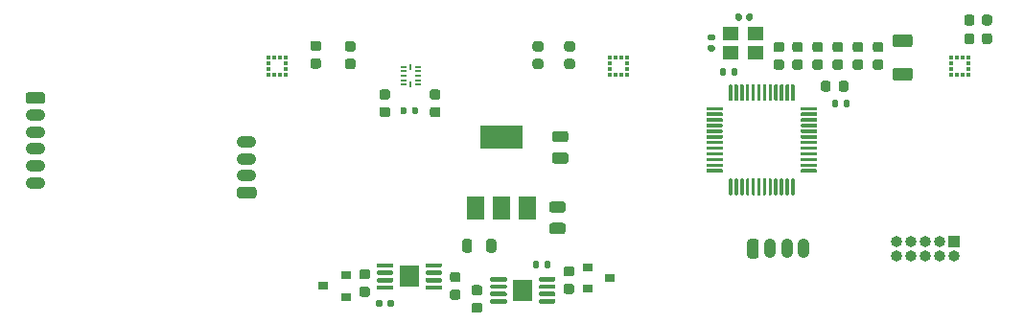
<source format=gbr>
%TF.GenerationSoftware,KiCad,Pcbnew,(5.1.9)-1*%
%TF.CreationDate,2021-09-30T20:50:23+03:00*%
%TF.ProjectId,jantteri-hit-detector,6a616e74-7465-4726-992d-6869742d6465,rev?*%
%TF.SameCoordinates,Original*%
%TF.FileFunction,Soldermask,Top*%
%TF.FilePolarity,Negative*%
%FSLAX46Y46*%
G04 Gerber Fmt 4.6, Leading zero omitted, Abs format (unit mm)*
G04 Created by KiCad (PCBNEW (5.1.9)-1) date 2021-09-30 20:50:23*
%MOMM*%
%LPD*%
G01*
G04 APERTURE LIST*
%ADD10R,0.600000X0.200000*%
%ADD11R,0.200000X0.600000*%
%ADD12O,1.730000X1.030000*%
%ADD13R,1.000000X1.000000*%
%ADD14O,1.000000X1.000000*%
%ADD15O,1.030000X1.730000*%
%ADD16R,0.900000X0.800000*%
%ADD17R,1.680000X1.880000*%
%ADD18R,3.800000X2.000000*%
%ADD19R,1.500000X2.000000*%
%ADD20R,1.400000X1.200000*%
%ADD21R,0.350000X0.375000*%
%ADD22R,0.375000X0.350000*%
G04 APERTURE END LIST*
D10*
%TO.C,U8*%
X96281000Y-32766000D03*
X96281000Y-32366000D03*
X96281000Y-31966000D03*
X96281000Y-31566000D03*
X96281000Y-31166000D03*
D11*
X95631000Y-31166000D03*
D10*
X94981000Y-31166000D03*
X94981000Y-31566000D03*
X94981000Y-31966000D03*
X94981000Y-32366000D03*
X94981000Y-32766000D03*
D11*
X95631000Y-32766000D03*
%TD*%
%TO.C,C1*%
G36*
G01*
X139715001Y-32403000D02*
X138414999Y-32403000D01*
G75*
G02*
X138165000Y-32153001I0J249999D01*
G01*
X138165000Y-31502999D01*
G75*
G02*
X138414999Y-31253000I249999J0D01*
G01*
X139715001Y-31253000D01*
G75*
G02*
X139965000Y-31502999I0J-249999D01*
G01*
X139965000Y-32153001D01*
G75*
G02*
X139715001Y-32403000I-249999J0D01*
G01*
G37*
G36*
G01*
X139715001Y-29453000D02*
X138414999Y-29453000D01*
G75*
G02*
X138165000Y-29203001I0J249999D01*
G01*
X138165000Y-28552999D01*
G75*
G02*
X138414999Y-28303000I249999J0D01*
G01*
X139715001Y-28303000D01*
G75*
G02*
X139965000Y-28552999I0J-249999D01*
G01*
X139965000Y-29203001D01*
G75*
G02*
X139715001Y-29453000I-249999J0D01*
G01*
G37*
%TD*%
%TO.C,C2*%
G36*
G01*
X128393000Y-29888000D02*
X127893000Y-29888000D01*
G75*
G02*
X127668000Y-29663000I0J225000D01*
G01*
X127668000Y-29213000D01*
G75*
G02*
X127893000Y-28988000I225000J0D01*
G01*
X128393000Y-28988000D01*
G75*
G02*
X128618000Y-29213000I0J-225000D01*
G01*
X128618000Y-29663000D01*
G75*
G02*
X128393000Y-29888000I-225000J0D01*
G01*
G37*
G36*
G01*
X128393000Y-31438000D02*
X127893000Y-31438000D01*
G75*
G02*
X127668000Y-31213000I0J225000D01*
G01*
X127668000Y-30763000D01*
G75*
G02*
X127893000Y-30538000I225000J0D01*
G01*
X128393000Y-30538000D01*
G75*
G02*
X128618000Y-30763000I0J-225000D01*
G01*
X128618000Y-31213000D01*
G75*
G02*
X128393000Y-31438000I-225000J0D01*
G01*
G37*
%TD*%
%TO.C,C3*%
G36*
G01*
X130044000Y-29888000D02*
X129544000Y-29888000D01*
G75*
G02*
X129319000Y-29663000I0J225000D01*
G01*
X129319000Y-29213000D01*
G75*
G02*
X129544000Y-28988000I225000J0D01*
G01*
X130044000Y-28988000D01*
G75*
G02*
X130269000Y-29213000I0J-225000D01*
G01*
X130269000Y-29663000D01*
G75*
G02*
X130044000Y-29888000I-225000J0D01*
G01*
G37*
G36*
G01*
X130044000Y-31438000D02*
X129544000Y-31438000D01*
G75*
G02*
X129319000Y-31213000I0J225000D01*
G01*
X129319000Y-30763000D01*
G75*
G02*
X129544000Y-30538000I225000J0D01*
G01*
X130044000Y-30538000D01*
G75*
G02*
X130269000Y-30763000I0J-225000D01*
G01*
X130269000Y-31213000D01*
G75*
G02*
X130044000Y-31438000I-225000J0D01*
G01*
G37*
%TD*%
%TO.C,C4*%
G36*
G01*
X131822000Y-31438000D02*
X131322000Y-31438000D01*
G75*
G02*
X131097000Y-31213000I0J225000D01*
G01*
X131097000Y-30763000D01*
G75*
G02*
X131322000Y-30538000I225000J0D01*
G01*
X131822000Y-30538000D01*
G75*
G02*
X132047000Y-30763000I0J-225000D01*
G01*
X132047000Y-31213000D01*
G75*
G02*
X131822000Y-31438000I-225000J0D01*
G01*
G37*
G36*
G01*
X131822000Y-29888000D02*
X131322000Y-29888000D01*
G75*
G02*
X131097000Y-29663000I0J225000D01*
G01*
X131097000Y-29213000D01*
G75*
G02*
X131322000Y-28988000I225000J0D01*
G01*
X131822000Y-28988000D01*
G75*
G02*
X132047000Y-29213000I0J-225000D01*
G01*
X132047000Y-29663000D01*
G75*
G02*
X131822000Y-29888000I-225000J0D01*
G01*
G37*
%TD*%
%TO.C,C5*%
G36*
G01*
X133600000Y-31438000D02*
X133100000Y-31438000D01*
G75*
G02*
X132875000Y-31213000I0J225000D01*
G01*
X132875000Y-30763000D01*
G75*
G02*
X133100000Y-30538000I225000J0D01*
G01*
X133600000Y-30538000D01*
G75*
G02*
X133825000Y-30763000I0J-225000D01*
G01*
X133825000Y-31213000D01*
G75*
G02*
X133600000Y-31438000I-225000J0D01*
G01*
G37*
G36*
G01*
X133600000Y-29888000D02*
X133100000Y-29888000D01*
G75*
G02*
X132875000Y-29663000I0J225000D01*
G01*
X132875000Y-29213000D01*
G75*
G02*
X133100000Y-28988000I225000J0D01*
G01*
X133600000Y-28988000D01*
G75*
G02*
X133825000Y-29213000I0J-225000D01*
G01*
X133825000Y-29663000D01*
G75*
G02*
X133600000Y-29888000I-225000J0D01*
G01*
G37*
%TD*%
%TO.C,C6*%
G36*
G01*
X135378000Y-29888000D02*
X134878000Y-29888000D01*
G75*
G02*
X134653000Y-29663000I0J225000D01*
G01*
X134653000Y-29213000D01*
G75*
G02*
X134878000Y-28988000I225000J0D01*
G01*
X135378000Y-28988000D01*
G75*
G02*
X135603000Y-29213000I0J-225000D01*
G01*
X135603000Y-29663000D01*
G75*
G02*
X135378000Y-29888000I-225000J0D01*
G01*
G37*
G36*
G01*
X135378000Y-31438000D02*
X134878000Y-31438000D01*
G75*
G02*
X134653000Y-31213000I0J225000D01*
G01*
X134653000Y-30763000D01*
G75*
G02*
X134878000Y-30538000I225000J0D01*
G01*
X135378000Y-30538000D01*
G75*
G02*
X135603000Y-30763000I0J-225000D01*
G01*
X135603000Y-31213000D01*
G75*
G02*
X135378000Y-31438000I-225000J0D01*
G01*
G37*
%TD*%
%TO.C,C7*%
G36*
G01*
X137156000Y-31438000D02*
X136656000Y-31438000D01*
G75*
G02*
X136431000Y-31213000I0J225000D01*
G01*
X136431000Y-30763000D01*
G75*
G02*
X136656000Y-30538000I225000J0D01*
G01*
X137156000Y-30538000D01*
G75*
G02*
X137381000Y-30763000I0J-225000D01*
G01*
X137381000Y-31213000D01*
G75*
G02*
X137156000Y-31438000I-225000J0D01*
G01*
G37*
G36*
G01*
X137156000Y-29888000D02*
X136656000Y-29888000D01*
G75*
G02*
X136431000Y-29663000I0J225000D01*
G01*
X136431000Y-29213000D01*
G75*
G02*
X136656000Y-28988000I225000J0D01*
G01*
X137156000Y-28988000D01*
G75*
G02*
X137381000Y-29213000I0J-225000D01*
G01*
X137381000Y-29663000D01*
G75*
G02*
X137156000Y-29888000I-225000J0D01*
G01*
G37*
%TD*%
%TO.C,C8*%
G36*
G01*
X125827000Y-26627000D02*
X125827000Y-26967000D01*
G75*
G02*
X125687000Y-27107000I-140000J0D01*
G01*
X125407000Y-27107000D01*
G75*
G02*
X125267000Y-26967000I0J140000D01*
G01*
X125267000Y-26627000D01*
G75*
G02*
X125407000Y-26487000I140000J0D01*
G01*
X125687000Y-26487000D01*
G75*
G02*
X125827000Y-26627000I0J-140000D01*
G01*
G37*
G36*
G01*
X124867000Y-26627000D02*
X124867000Y-26967000D01*
G75*
G02*
X124727000Y-27107000I-140000J0D01*
G01*
X124447000Y-27107000D01*
G75*
G02*
X124307000Y-26967000I0J140000D01*
G01*
X124307000Y-26627000D01*
G75*
G02*
X124447000Y-26487000I140000J0D01*
G01*
X124727000Y-26487000D01*
G75*
G02*
X124867000Y-26627000I0J-140000D01*
G01*
G37*
%TD*%
%TO.C,C9*%
G36*
G01*
X122344000Y-28855000D02*
X122004000Y-28855000D01*
G75*
G02*
X121864000Y-28715000I0J140000D01*
G01*
X121864000Y-28435000D01*
G75*
G02*
X122004000Y-28295000I140000J0D01*
G01*
X122344000Y-28295000D01*
G75*
G02*
X122484000Y-28435000I0J-140000D01*
G01*
X122484000Y-28715000D01*
G75*
G02*
X122344000Y-28855000I-140000J0D01*
G01*
G37*
G36*
G01*
X122344000Y-29815000D02*
X122004000Y-29815000D01*
G75*
G02*
X121864000Y-29675000I0J140000D01*
G01*
X121864000Y-29395000D01*
G75*
G02*
X122004000Y-29255000I140000J0D01*
G01*
X122344000Y-29255000D01*
G75*
G02*
X122484000Y-29395000I0J-140000D01*
G01*
X122484000Y-29675000D01*
G75*
G02*
X122344000Y-29815000I-140000J0D01*
G01*
G37*
%TD*%
%TO.C,C10*%
G36*
G01*
X91317000Y-50604000D02*
X91817000Y-50604000D01*
G75*
G02*
X92042000Y-50829000I0J-225000D01*
G01*
X92042000Y-51279000D01*
G75*
G02*
X91817000Y-51504000I-225000J0D01*
G01*
X91317000Y-51504000D01*
G75*
G02*
X91092000Y-51279000I0J225000D01*
G01*
X91092000Y-50829000D01*
G75*
G02*
X91317000Y-50604000I225000J0D01*
G01*
G37*
G36*
G01*
X91317000Y-49054000D02*
X91817000Y-49054000D01*
G75*
G02*
X92042000Y-49279000I0J-225000D01*
G01*
X92042000Y-49729000D01*
G75*
G02*
X91817000Y-49954000I-225000J0D01*
G01*
X91317000Y-49954000D01*
G75*
G02*
X91092000Y-49729000I0J225000D01*
G01*
X91092000Y-49279000D01*
G75*
G02*
X91317000Y-49054000I225000J0D01*
G01*
G37*
%TD*%
%TO.C,C11*%
G36*
G01*
X99318000Y-49308000D02*
X99818000Y-49308000D01*
G75*
G02*
X100043000Y-49533000I0J-225000D01*
G01*
X100043000Y-49983000D01*
G75*
G02*
X99818000Y-50208000I-225000J0D01*
G01*
X99318000Y-50208000D01*
G75*
G02*
X99093000Y-49983000I0J225000D01*
G01*
X99093000Y-49533000D01*
G75*
G02*
X99318000Y-49308000I225000J0D01*
G01*
G37*
G36*
G01*
X99318000Y-50858000D02*
X99818000Y-50858000D01*
G75*
G02*
X100043000Y-51083000I0J-225000D01*
G01*
X100043000Y-51533000D01*
G75*
G02*
X99818000Y-51758000I-225000J0D01*
G01*
X99318000Y-51758000D01*
G75*
G02*
X99093000Y-51533000I0J225000D01*
G01*
X99093000Y-51083000D01*
G75*
G02*
X99318000Y-50858000I225000J0D01*
G01*
G37*
%TD*%
%TO.C,C18*%
G36*
G01*
X108110000Y-44961000D02*
X109060000Y-44961000D01*
G75*
G02*
X109310000Y-45211000I0J-250000D01*
G01*
X109310000Y-45711000D01*
G75*
G02*
X109060000Y-45961000I-250000J0D01*
G01*
X108110000Y-45961000D01*
G75*
G02*
X107860000Y-45711000I0J250000D01*
G01*
X107860000Y-45211000D01*
G75*
G02*
X108110000Y-44961000I250000J0D01*
G01*
G37*
G36*
G01*
X108110000Y-43061000D02*
X109060000Y-43061000D01*
G75*
G02*
X109310000Y-43311000I0J-250000D01*
G01*
X109310000Y-43811000D01*
G75*
G02*
X109060000Y-44061000I-250000J0D01*
G01*
X108110000Y-44061000D01*
G75*
G02*
X107860000Y-43811000I0J250000D01*
G01*
X107860000Y-43311000D01*
G75*
G02*
X108110000Y-43061000I250000J0D01*
G01*
G37*
%TD*%
%TO.C,C19*%
G36*
G01*
X108364000Y-36838000D02*
X109314000Y-36838000D01*
G75*
G02*
X109564000Y-37088000I0J-250000D01*
G01*
X109564000Y-37588000D01*
G75*
G02*
X109314000Y-37838000I-250000J0D01*
G01*
X108364000Y-37838000D01*
G75*
G02*
X108114000Y-37588000I0J250000D01*
G01*
X108114000Y-37088000D01*
G75*
G02*
X108364000Y-36838000I250000J0D01*
G01*
G37*
G36*
G01*
X108364000Y-38738000D02*
X109314000Y-38738000D01*
G75*
G02*
X109564000Y-38988000I0J-250000D01*
G01*
X109564000Y-39488000D01*
G75*
G02*
X109314000Y-39738000I-250000J0D01*
G01*
X108364000Y-39738000D01*
G75*
G02*
X108114000Y-39488000I0J250000D01*
G01*
X108114000Y-38988000D01*
G75*
G02*
X108364000Y-38738000I250000J0D01*
G01*
G37*
%TD*%
%TO.C,C20*%
G36*
G01*
X109851000Y-51250000D02*
X109351000Y-51250000D01*
G75*
G02*
X109126000Y-51025000I0J225000D01*
G01*
X109126000Y-50575000D01*
G75*
G02*
X109351000Y-50350000I225000J0D01*
G01*
X109851000Y-50350000D01*
G75*
G02*
X110076000Y-50575000I0J-225000D01*
G01*
X110076000Y-51025000D01*
G75*
G02*
X109851000Y-51250000I-225000J0D01*
G01*
G37*
G36*
G01*
X109851000Y-49700000D02*
X109351000Y-49700000D01*
G75*
G02*
X109126000Y-49475000I0J225000D01*
G01*
X109126000Y-49025000D01*
G75*
G02*
X109351000Y-48800000I225000J0D01*
G01*
X109851000Y-48800000D01*
G75*
G02*
X110076000Y-49025000I0J-225000D01*
G01*
X110076000Y-49475000D01*
G75*
G02*
X109851000Y-49700000I-225000J0D01*
G01*
G37*
%TD*%
%TO.C,C21*%
G36*
G01*
X101223000Y-52014000D02*
X101723000Y-52014000D01*
G75*
G02*
X101948000Y-52239000I0J-225000D01*
G01*
X101948000Y-52689000D01*
G75*
G02*
X101723000Y-52914000I-225000J0D01*
G01*
X101223000Y-52914000D01*
G75*
G02*
X100998000Y-52689000I0J225000D01*
G01*
X100998000Y-52239000D01*
G75*
G02*
X101223000Y-52014000I225000J0D01*
G01*
G37*
G36*
G01*
X101223000Y-50464000D02*
X101723000Y-50464000D01*
G75*
G02*
X101948000Y-50689000I0J-225000D01*
G01*
X101948000Y-51139000D01*
G75*
G02*
X101723000Y-51364000I-225000J0D01*
G01*
X101223000Y-51364000D01*
G75*
G02*
X100998000Y-51139000I0J225000D01*
G01*
X100998000Y-50689000D01*
G75*
G02*
X101223000Y-50464000I225000J0D01*
G01*
G37*
%TD*%
%TO.C,C22*%
G36*
G01*
X97540000Y-33179000D02*
X98040000Y-33179000D01*
G75*
G02*
X98265000Y-33404000I0J-225000D01*
G01*
X98265000Y-33854000D01*
G75*
G02*
X98040000Y-34079000I-225000J0D01*
G01*
X97540000Y-34079000D01*
G75*
G02*
X97315000Y-33854000I0J225000D01*
G01*
X97315000Y-33404000D01*
G75*
G02*
X97540000Y-33179000I225000J0D01*
G01*
G37*
G36*
G01*
X97540000Y-34729000D02*
X98040000Y-34729000D01*
G75*
G02*
X98265000Y-34954000I0J-225000D01*
G01*
X98265000Y-35404000D01*
G75*
G02*
X98040000Y-35629000I-225000J0D01*
G01*
X97540000Y-35629000D01*
G75*
G02*
X97315000Y-35404000I0J225000D01*
G01*
X97315000Y-34954000D01*
G75*
G02*
X97540000Y-34729000I225000J0D01*
G01*
G37*
%TD*%
%TO.C,C23*%
G36*
G01*
X93095000Y-34729000D02*
X93595000Y-34729000D01*
G75*
G02*
X93820000Y-34954000I0J-225000D01*
G01*
X93820000Y-35404000D01*
G75*
G02*
X93595000Y-35629000I-225000J0D01*
G01*
X93095000Y-35629000D01*
G75*
G02*
X92870000Y-35404000I0J225000D01*
G01*
X92870000Y-34954000D01*
G75*
G02*
X93095000Y-34729000I225000J0D01*
G01*
G37*
G36*
G01*
X93095000Y-33179000D02*
X93595000Y-33179000D01*
G75*
G02*
X93820000Y-33404000I0J-225000D01*
G01*
X93820000Y-33854000D01*
G75*
G02*
X93595000Y-34079000I-225000J0D01*
G01*
X93095000Y-34079000D01*
G75*
G02*
X92870000Y-33854000I0J225000D01*
G01*
X92870000Y-33404000D01*
G75*
G02*
X93095000Y-33179000I225000J0D01*
G01*
G37*
%TD*%
%TO.C,D1*%
G36*
G01*
X134295500Y-32636750D02*
X134295500Y-33149250D01*
G75*
G02*
X134076750Y-33368000I-218750J0D01*
G01*
X133639250Y-33368000D01*
G75*
G02*
X133420500Y-33149250I0J218750D01*
G01*
X133420500Y-32636750D01*
G75*
G02*
X133639250Y-32418000I218750J0D01*
G01*
X134076750Y-32418000D01*
G75*
G02*
X134295500Y-32636750I0J-218750D01*
G01*
G37*
G36*
G01*
X132720500Y-32636750D02*
X132720500Y-33149250D01*
G75*
G02*
X132501750Y-33368000I-218750J0D01*
G01*
X132064250Y-33368000D01*
G75*
G02*
X131845500Y-33149250I0J218750D01*
G01*
X131845500Y-32636750D01*
G75*
G02*
X132064250Y-32418000I218750J0D01*
G01*
X132501750Y-32418000D01*
G75*
G02*
X132720500Y-32636750I0J-218750D01*
G01*
G37*
%TD*%
%TO.C,FB1*%
G36*
G01*
X103180500Y-46608750D02*
X103180500Y-47371250D01*
G75*
G02*
X102961750Y-47590000I-218750J0D01*
G01*
X102524250Y-47590000D01*
G75*
G02*
X102305500Y-47371250I0J218750D01*
G01*
X102305500Y-46608750D01*
G75*
G02*
X102524250Y-46390000I218750J0D01*
G01*
X102961750Y-46390000D01*
G75*
G02*
X103180500Y-46608750I0J-218750D01*
G01*
G37*
G36*
G01*
X101055500Y-46608750D02*
X101055500Y-47371250D01*
G75*
G02*
X100836750Y-47590000I-218750J0D01*
G01*
X100399250Y-47590000D01*
G75*
G02*
X100180500Y-47371250I0J218750D01*
G01*
X100180500Y-46608750D01*
G75*
G02*
X100399250Y-46390000I218750J0D01*
G01*
X100836750Y-46390000D01*
G75*
G02*
X101055500Y-46608750I0J-218750D01*
G01*
G37*
%TD*%
%TO.C,J1*%
G36*
G01*
X61868999Y-33418000D02*
X63099001Y-33418000D01*
G75*
G02*
X63349000Y-33667999I0J-249999D01*
G01*
X63349000Y-34198001D01*
G75*
G02*
X63099001Y-34448000I-249999J0D01*
G01*
X61868999Y-34448000D01*
G75*
G02*
X61619000Y-34198001I0J249999D01*
G01*
X61619000Y-33667999D01*
G75*
G02*
X61868999Y-33418000I249999J0D01*
G01*
G37*
D12*
X62484000Y-35433000D03*
X62484000Y-36933000D03*
X62484000Y-38433000D03*
X62484000Y-39933000D03*
X62484000Y-41433000D03*
%TD*%
D13*
%TO.C,J2*%
X143637000Y-46609000D03*
D14*
X143637000Y-47879000D03*
X142367000Y-46609000D03*
X142367000Y-47879000D03*
X141097000Y-46609000D03*
X141097000Y-47879000D03*
X139827000Y-46609000D03*
X139827000Y-47879000D03*
X138557000Y-46609000D03*
X138557000Y-47879000D03*
%TD*%
%TO.C,J3*%
G36*
G01*
X125342000Y-47859001D02*
X125342000Y-46628999D01*
G75*
G02*
X125591999Y-46379000I249999J0D01*
G01*
X126122001Y-46379000D01*
G75*
G02*
X126372000Y-46628999I0J-249999D01*
G01*
X126372000Y-47859001D01*
G75*
G02*
X126122001Y-48109000I-249999J0D01*
G01*
X125591999Y-48109000D01*
G75*
G02*
X125342000Y-47859001I0J249999D01*
G01*
G37*
D15*
X127357000Y-47244000D03*
X128857000Y-47244000D03*
X130357000Y-47244000D03*
%TD*%
D12*
%TO.C,J4*%
X81153000Y-37791000D03*
X81153000Y-39291000D03*
X81153000Y-40791000D03*
G36*
G01*
X81768001Y-42806000D02*
X80537999Y-42806000D01*
G75*
G02*
X80288000Y-42556001I0J249999D01*
G01*
X80288000Y-42025999D01*
G75*
G02*
X80537999Y-41776000I249999J0D01*
G01*
X81768001Y-41776000D01*
G75*
G02*
X82018000Y-42025999I0J-249999D01*
G01*
X82018000Y-42556001D01*
G75*
G02*
X81768001Y-42806000I-249999J0D01*
G01*
G37*
%TD*%
D16*
%TO.C,Q1*%
X89900000Y-51496000D03*
X89900000Y-49596000D03*
X87900000Y-50546000D03*
%TD*%
%TO.C,Q2*%
X113252000Y-49850000D03*
X111252000Y-50800000D03*
X111252000Y-48900000D03*
%TD*%
%TO.C,R1*%
G36*
G01*
X123456000Y-31438000D02*
X123456000Y-31808000D01*
G75*
G02*
X123321000Y-31943000I-135000J0D01*
G01*
X123051000Y-31943000D01*
G75*
G02*
X122916000Y-31808000I0J135000D01*
G01*
X122916000Y-31438000D01*
G75*
G02*
X123051000Y-31303000I135000J0D01*
G01*
X123321000Y-31303000D01*
G75*
G02*
X123456000Y-31438000I0J-135000D01*
G01*
G37*
G36*
G01*
X124476000Y-31438000D02*
X124476000Y-31808000D01*
G75*
G02*
X124341000Y-31943000I-135000J0D01*
G01*
X124071000Y-31943000D01*
G75*
G02*
X123936000Y-31808000I0J135000D01*
G01*
X123936000Y-31438000D01*
G75*
G02*
X124071000Y-31303000I135000J0D01*
G01*
X124341000Y-31303000D01*
G75*
G02*
X124476000Y-31438000I0J-135000D01*
G01*
G37*
%TD*%
%TO.C,R2*%
G36*
G01*
X133842000Y-34602000D02*
X133842000Y-34232000D01*
G75*
G02*
X133977000Y-34097000I135000J0D01*
G01*
X134247000Y-34097000D01*
G75*
G02*
X134382000Y-34232000I0J-135000D01*
G01*
X134382000Y-34602000D01*
G75*
G02*
X134247000Y-34737000I-135000J0D01*
G01*
X133977000Y-34737000D01*
G75*
G02*
X133842000Y-34602000I0J135000D01*
G01*
G37*
G36*
G01*
X132822000Y-34602000D02*
X132822000Y-34232000D01*
G75*
G02*
X132957000Y-34097000I135000J0D01*
G01*
X133227000Y-34097000D01*
G75*
G02*
X133362000Y-34232000I0J-135000D01*
G01*
X133362000Y-34602000D01*
G75*
G02*
X133227000Y-34737000I-135000J0D01*
G01*
X132957000Y-34737000D01*
G75*
G02*
X132822000Y-34602000I0J135000D01*
G01*
G37*
%TD*%
%TO.C,R3*%
G36*
G01*
X92567000Y-52255000D02*
X92567000Y-51885000D01*
G75*
G02*
X92702000Y-51750000I135000J0D01*
G01*
X92972000Y-51750000D01*
G75*
G02*
X93107000Y-51885000I0J-135000D01*
G01*
X93107000Y-52255000D01*
G75*
G02*
X92972000Y-52390000I-135000J0D01*
G01*
X92702000Y-52390000D01*
G75*
G02*
X92567000Y-52255000I0J135000D01*
G01*
G37*
G36*
G01*
X93587000Y-52255000D02*
X93587000Y-51885000D01*
G75*
G02*
X93722000Y-51750000I135000J0D01*
G01*
X93992000Y-51750000D01*
G75*
G02*
X94127000Y-51885000I0J-135000D01*
G01*
X94127000Y-52255000D01*
G75*
G02*
X93992000Y-52390000I-135000J0D01*
G01*
X93722000Y-52390000D01*
G75*
G02*
X93587000Y-52255000I0J135000D01*
G01*
G37*
%TD*%
%TO.C,R4*%
G36*
G01*
X107966000Y-48456000D02*
X107966000Y-48826000D01*
G75*
G02*
X107831000Y-48961000I-135000J0D01*
G01*
X107561000Y-48961000D01*
G75*
G02*
X107426000Y-48826000I0J135000D01*
G01*
X107426000Y-48456000D01*
G75*
G02*
X107561000Y-48321000I135000J0D01*
G01*
X107831000Y-48321000D01*
G75*
G02*
X107966000Y-48456000I0J-135000D01*
G01*
G37*
G36*
G01*
X106946000Y-48456000D02*
X106946000Y-48826000D01*
G75*
G02*
X106811000Y-48961000I-135000J0D01*
G01*
X106541000Y-48961000D01*
G75*
G02*
X106406000Y-48826000I0J135000D01*
G01*
X106406000Y-48456000D01*
G75*
G02*
X106541000Y-48321000I135000J0D01*
G01*
X106811000Y-48321000D01*
G75*
G02*
X106946000Y-48456000I0J-135000D01*
G01*
G37*
%TD*%
%TO.C,R5*%
G36*
G01*
X94722000Y-35237000D02*
X94722000Y-34867000D01*
G75*
G02*
X94857000Y-34732000I135000J0D01*
G01*
X95127000Y-34732000D01*
G75*
G02*
X95262000Y-34867000I0J-135000D01*
G01*
X95262000Y-35237000D01*
G75*
G02*
X95127000Y-35372000I-135000J0D01*
G01*
X94857000Y-35372000D01*
G75*
G02*
X94722000Y-35237000I0J135000D01*
G01*
G37*
G36*
G01*
X95742000Y-35237000D02*
X95742000Y-34867000D01*
G75*
G02*
X95877000Y-34732000I135000J0D01*
G01*
X96147000Y-34732000D01*
G75*
G02*
X96282000Y-34867000I0J-135000D01*
G01*
X96282000Y-35237000D01*
G75*
G02*
X96147000Y-35372000I-135000J0D01*
G01*
X95877000Y-35372000D01*
G75*
G02*
X95742000Y-35237000I0J135000D01*
G01*
G37*
%TD*%
%TO.C,U1*%
G36*
G01*
X129306000Y-32720500D02*
X129456000Y-32720500D01*
G75*
G02*
X129531000Y-32795500I0J-75000D01*
G01*
X129531000Y-34120500D01*
G75*
G02*
X129456000Y-34195500I-75000J0D01*
G01*
X129306000Y-34195500D01*
G75*
G02*
X129231000Y-34120500I0J75000D01*
G01*
X129231000Y-32795500D01*
G75*
G02*
X129306000Y-32720500I75000J0D01*
G01*
G37*
G36*
G01*
X128806000Y-32720500D02*
X128956000Y-32720500D01*
G75*
G02*
X129031000Y-32795500I0J-75000D01*
G01*
X129031000Y-34120500D01*
G75*
G02*
X128956000Y-34195500I-75000J0D01*
G01*
X128806000Y-34195500D01*
G75*
G02*
X128731000Y-34120500I0J75000D01*
G01*
X128731000Y-32795500D01*
G75*
G02*
X128806000Y-32720500I75000J0D01*
G01*
G37*
G36*
G01*
X128306000Y-32720500D02*
X128456000Y-32720500D01*
G75*
G02*
X128531000Y-32795500I0J-75000D01*
G01*
X128531000Y-34120500D01*
G75*
G02*
X128456000Y-34195500I-75000J0D01*
G01*
X128306000Y-34195500D01*
G75*
G02*
X128231000Y-34120500I0J75000D01*
G01*
X128231000Y-32795500D01*
G75*
G02*
X128306000Y-32720500I75000J0D01*
G01*
G37*
G36*
G01*
X127806000Y-32720500D02*
X127956000Y-32720500D01*
G75*
G02*
X128031000Y-32795500I0J-75000D01*
G01*
X128031000Y-34120500D01*
G75*
G02*
X127956000Y-34195500I-75000J0D01*
G01*
X127806000Y-34195500D01*
G75*
G02*
X127731000Y-34120500I0J75000D01*
G01*
X127731000Y-32795500D01*
G75*
G02*
X127806000Y-32720500I75000J0D01*
G01*
G37*
G36*
G01*
X127306000Y-32720500D02*
X127456000Y-32720500D01*
G75*
G02*
X127531000Y-32795500I0J-75000D01*
G01*
X127531000Y-34120500D01*
G75*
G02*
X127456000Y-34195500I-75000J0D01*
G01*
X127306000Y-34195500D01*
G75*
G02*
X127231000Y-34120500I0J75000D01*
G01*
X127231000Y-32795500D01*
G75*
G02*
X127306000Y-32720500I75000J0D01*
G01*
G37*
G36*
G01*
X126806000Y-32720500D02*
X126956000Y-32720500D01*
G75*
G02*
X127031000Y-32795500I0J-75000D01*
G01*
X127031000Y-34120500D01*
G75*
G02*
X126956000Y-34195500I-75000J0D01*
G01*
X126806000Y-34195500D01*
G75*
G02*
X126731000Y-34120500I0J75000D01*
G01*
X126731000Y-32795500D01*
G75*
G02*
X126806000Y-32720500I75000J0D01*
G01*
G37*
G36*
G01*
X126306000Y-32720500D02*
X126456000Y-32720500D01*
G75*
G02*
X126531000Y-32795500I0J-75000D01*
G01*
X126531000Y-34120500D01*
G75*
G02*
X126456000Y-34195500I-75000J0D01*
G01*
X126306000Y-34195500D01*
G75*
G02*
X126231000Y-34120500I0J75000D01*
G01*
X126231000Y-32795500D01*
G75*
G02*
X126306000Y-32720500I75000J0D01*
G01*
G37*
G36*
G01*
X125806000Y-32720500D02*
X125956000Y-32720500D01*
G75*
G02*
X126031000Y-32795500I0J-75000D01*
G01*
X126031000Y-34120500D01*
G75*
G02*
X125956000Y-34195500I-75000J0D01*
G01*
X125806000Y-34195500D01*
G75*
G02*
X125731000Y-34120500I0J75000D01*
G01*
X125731000Y-32795500D01*
G75*
G02*
X125806000Y-32720500I75000J0D01*
G01*
G37*
G36*
G01*
X125306000Y-32720500D02*
X125456000Y-32720500D01*
G75*
G02*
X125531000Y-32795500I0J-75000D01*
G01*
X125531000Y-34120500D01*
G75*
G02*
X125456000Y-34195500I-75000J0D01*
G01*
X125306000Y-34195500D01*
G75*
G02*
X125231000Y-34120500I0J75000D01*
G01*
X125231000Y-32795500D01*
G75*
G02*
X125306000Y-32720500I75000J0D01*
G01*
G37*
G36*
G01*
X124806000Y-32720500D02*
X124956000Y-32720500D01*
G75*
G02*
X125031000Y-32795500I0J-75000D01*
G01*
X125031000Y-34120500D01*
G75*
G02*
X124956000Y-34195500I-75000J0D01*
G01*
X124806000Y-34195500D01*
G75*
G02*
X124731000Y-34120500I0J75000D01*
G01*
X124731000Y-32795500D01*
G75*
G02*
X124806000Y-32720500I75000J0D01*
G01*
G37*
G36*
G01*
X124306000Y-32720500D02*
X124456000Y-32720500D01*
G75*
G02*
X124531000Y-32795500I0J-75000D01*
G01*
X124531000Y-34120500D01*
G75*
G02*
X124456000Y-34195500I-75000J0D01*
G01*
X124306000Y-34195500D01*
G75*
G02*
X124231000Y-34120500I0J75000D01*
G01*
X124231000Y-32795500D01*
G75*
G02*
X124306000Y-32720500I75000J0D01*
G01*
G37*
G36*
G01*
X123806000Y-32720500D02*
X123956000Y-32720500D01*
G75*
G02*
X124031000Y-32795500I0J-75000D01*
G01*
X124031000Y-34120500D01*
G75*
G02*
X123956000Y-34195500I-75000J0D01*
G01*
X123806000Y-34195500D01*
G75*
G02*
X123731000Y-34120500I0J75000D01*
G01*
X123731000Y-32795500D01*
G75*
G02*
X123806000Y-32720500I75000J0D01*
G01*
G37*
G36*
G01*
X121806000Y-34720500D02*
X123131000Y-34720500D01*
G75*
G02*
X123206000Y-34795500I0J-75000D01*
G01*
X123206000Y-34945500D01*
G75*
G02*
X123131000Y-35020500I-75000J0D01*
G01*
X121806000Y-35020500D01*
G75*
G02*
X121731000Y-34945500I0J75000D01*
G01*
X121731000Y-34795500D01*
G75*
G02*
X121806000Y-34720500I75000J0D01*
G01*
G37*
G36*
G01*
X121806000Y-35220500D02*
X123131000Y-35220500D01*
G75*
G02*
X123206000Y-35295500I0J-75000D01*
G01*
X123206000Y-35445500D01*
G75*
G02*
X123131000Y-35520500I-75000J0D01*
G01*
X121806000Y-35520500D01*
G75*
G02*
X121731000Y-35445500I0J75000D01*
G01*
X121731000Y-35295500D01*
G75*
G02*
X121806000Y-35220500I75000J0D01*
G01*
G37*
G36*
G01*
X121806000Y-35720500D02*
X123131000Y-35720500D01*
G75*
G02*
X123206000Y-35795500I0J-75000D01*
G01*
X123206000Y-35945500D01*
G75*
G02*
X123131000Y-36020500I-75000J0D01*
G01*
X121806000Y-36020500D01*
G75*
G02*
X121731000Y-35945500I0J75000D01*
G01*
X121731000Y-35795500D01*
G75*
G02*
X121806000Y-35720500I75000J0D01*
G01*
G37*
G36*
G01*
X121806000Y-36220500D02*
X123131000Y-36220500D01*
G75*
G02*
X123206000Y-36295500I0J-75000D01*
G01*
X123206000Y-36445500D01*
G75*
G02*
X123131000Y-36520500I-75000J0D01*
G01*
X121806000Y-36520500D01*
G75*
G02*
X121731000Y-36445500I0J75000D01*
G01*
X121731000Y-36295500D01*
G75*
G02*
X121806000Y-36220500I75000J0D01*
G01*
G37*
G36*
G01*
X121806000Y-36720500D02*
X123131000Y-36720500D01*
G75*
G02*
X123206000Y-36795500I0J-75000D01*
G01*
X123206000Y-36945500D01*
G75*
G02*
X123131000Y-37020500I-75000J0D01*
G01*
X121806000Y-37020500D01*
G75*
G02*
X121731000Y-36945500I0J75000D01*
G01*
X121731000Y-36795500D01*
G75*
G02*
X121806000Y-36720500I75000J0D01*
G01*
G37*
G36*
G01*
X121806000Y-37220500D02*
X123131000Y-37220500D01*
G75*
G02*
X123206000Y-37295500I0J-75000D01*
G01*
X123206000Y-37445500D01*
G75*
G02*
X123131000Y-37520500I-75000J0D01*
G01*
X121806000Y-37520500D01*
G75*
G02*
X121731000Y-37445500I0J75000D01*
G01*
X121731000Y-37295500D01*
G75*
G02*
X121806000Y-37220500I75000J0D01*
G01*
G37*
G36*
G01*
X121806000Y-37720500D02*
X123131000Y-37720500D01*
G75*
G02*
X123206000Y-37795500I0J-75000D01*
G01*
X123206000Y-37945500D01*
G75*
G02*
X123131000Y-38020500I-75000J0D01*
G01*
X121806000Y-38020500D01*
G75*
G02*
X121731000Y-37945500I0J75000D01*
G01*
X121731000Y-37795500D01*
G75*
G02*
X121806000Y-37720500I75000J0D01*
G01*
G37*
G36*
G01*
X121806000Y-38220500D02*
X123131000Y-38220500D01*
G75*
G02*
X123206000Y-38295500I0J-75000D01*
G01*
X123206000Y-38445500D01*
G75*
G02*
X123131000Y-38520500I-75000J0D01*
G01*
X121806000Y-38520500D01*
G75*
G02*
X121731000Y-38445500I0J75000D01*
G01*
X121731000Y-38295500D01*
G75*
G02*
X121806000Y-38220500I75000J0D01*
G01*
G37*
G36*
G01*
X121806000Y-38720500D02*
X123131000Y-38720500D01*
G75*
G02*
X123206000Y-38795500I0J-75000D01*
G01*
X123206000Y-38945500D01*
G75*
G02*
X123131000Y-39020500I-75000J0D01*
G01*
X121806000Y-39020500D01*
G75*
G02*
X121731000Y-38945500I0J75000D01*
G01*
X121731000Y-38795500D01*
G75*
G02*
X121806000Y-38720500I75000J0D01*
G01*
G37*
G36*
G01*
X121806000Y-39220500D02*
X123131000Y-39220500D01*
G75*
G02*
X123206000Y-39295500I0J-75000D01*
G01*
X123206000Y-39445500D01*
G75*
G02*
X123131000Y-39520500I-75000J0D01*
G01*
X121806000Y-39520500D01*
G75*
G02*
X121731000Y-39445500I0J75000D01*
G01*
X121731000Y-39295500D01*
G75*
G02*
X121806000Y-39220500I75000J0D01*
G01*
G37*
G36*
G01*
X121806000Y-39720500D02*
X123131000Y-39720500D01*
G75*
G02*
X123206000Y-39795500I0J-75000D01*
G01*
X123206000Y-39945500D01*
G75*
G02*
X123131000Y-40020500I-75000J0D01*
G01*
X121806000Y-40020500D01*
G75*
G02*
X121731000Y-39945500I0J75000D01*
G01*
X121731000Y-39795500D01*
G75*
G02*
X121806000Y-39720500I75000J0D01*
G01*
G37*
G36*
G01*
X121806000Y-40220500D02*
X123131000Y-40220500D01*
G75*
G02*
X123206000Y-40295500I0J-75000D01*
G01*
X123206000Y-40445500D01*
G75*
G02*
X123131000Y-40520500I-75000J0D01*
G01*
X121806000Y-40520500D01*
G75*
G02*
X121731000Y-40445500I0J75000D01*
G01*
X121731000Y-40295500D01*
G75*
G02*
X121806000Y-40220500I75000J0D01*
G01*
G37*
G36*
G01*
X123806000Y-41045500D02*
X123956000Y-41045500D01*
G75*
G02*
X124031000Y-41120500I0J-75000D01*
G01*
X124031000Y-42445500D01*
G75*
G02*
X123956000Y-42520500I-75000J0D01*
G01*
X123806000Y-42520500D01*
G75*
G02*
X123731000Y-42445500I0J75000D01*
G01*
X123731000Y-41120500D01*
G75*
G02*
X123806000Y-41045500I75000J0D01*
G01*
G37*
G36*
G01*
X124306000Y-41045500D02*
X124456000Y-41045500D01*
G75*
G02*
X124531000Y-41120500I0J-75000D01*
G01*
X124531000Y-42445500D01*
G75*
G02*
X124456000Y-42520500I-75000J0D01*
G01*
X124306000Y-42520500D01*
G75*
G02*
X124231000Y-42445500I0J75000D01*
G01*
X124231000Y-41120500D01*
G75*
G02*
X124306000Y-41045500I75000J0D01*
G01*
G37*
G36*
G01*
X124806000Y-41045500D02*
X124956000Y-41045500D01*
G75*
G02*
X125031000Y-41120500I0J-75000D01*
G01*
X125031000Y-42445500D01*
G75*
G02*
X124956000Y-42520500I-75000J0D01*
G01*
X124806000Y-42520500D01*
G75*
G02*
X124731000Y-42445500I0J75000D01*
G01*
X124731000Y-41120500D01*
G75*
G02*
X124806000Y-41045500I75000J0D01*
G01*
G37*
G36*
G01*
X125306000Y-41045500D02*
X125456000Y-41045500D01*
G75*
G02*
X125531000Y-41120500I0J-75000D01*
G01*
X125531000Y-42445500D01*
G75*
G02*
X125456000Y-42520500I-75000J0D01*
G01*
X125306000Y-42520500D01*
G75*
G02*
X125231000Y-42445500I0J75000D01*
G01*
X125231000Y-41120500D01*
G75*
G02*
X125306000Y-41045500I75000J0D01*
G01*
G37*
G36*
G01*
X125806000Y-41045500D02*
X125956000Y-41045500D01*
G75*
G02*
X126031000Y-41120500I0J-75000D01*
G01*
X126031000Y-42445500D01*
G75*
G02*
X125956000Y-42520500I-75000J0D01*
G01*
X125806000Y-42520500D01*
G75*
G02*
X125731000Y-42445500I0J75000D01*
G01*
X125731000Y-41120500D01*
G75*
G02*
X125806000Y-41045500I75000J0D01*
G01*
G37*
G36*
G01*
X126306000Y-41045500D02*
X126456000Y-41045500D01*
G75*
G02*
X126531000Y-41120500I0J-75000D01*
G01*
X126531000Y-42445500D01*
G75*
G02*
X126456000Y-42520500I-75000J0D01*
G01*
X126306000Y-42520500D01*
G75*
G02*
X126231000Y-42445500I0J75000D01*
G01*
X126231000Y-41120500D01*
G75*
G02*
X126306000Y-41045500I75000J0D01*
G01*
G37*
G36*
G01*
X126806000Y-41045500D02*
X126956000Y-41045500D01*
G75*
G02*
X127031000Y-41120500I0J-75000D01*
G01*
X127031000Y-42445500D01*
G75*
G02*
X126956000Y-42520500I-75000J0D01*
G01*
X126806000Y-42520500D01*
G75*
G02*
X126731000Y-42445500I0J75000D01*
G01*
X126731000Y-41120500D01*
G75*
G02*
X126806000Y-41045500I75000J0D01*
G01*
G37*
G36*
G01*
X127306000Y-41045500D02*
X127456000Y-41045500D01*
G75*
G02*
X127531000Y-41120500I0J-75000D01*
G01*
X127531000Y-42445500D01*
G75*
G02*
X127456000Y-42520500I-75000J0D01*
G01*
X127306000Y-42520500D01*
G75*
G02*
X127231000Y-42445500I0J75000D01*
G01*
X127231000Y-41120500D01*
G75*
G02*
X127306000Y-41045500I75000J0D01*
G01*
G37*
G36*
G01*
X127806000Y-41045500D02*
X127956000Y-41045500D01*
G75*
G02*
X128031000Y-41120500I0J-75000D01*
G01*
X128031000Y-42445500D01*
G75*
G02*
X127956000Y-42520500I-75000J0D01*
G01*
X127806000Y-42520500D01*
G75*
G02*
X127731000Y-42445500I0J75000D01*
G01*
X127731000Y-41120500D01*
G75*
G02*
X127806000Y-41045500I75000J0D01*
G01*
G37*
G36*
G01*
X128306000Y-41045500D02*
X128456000Y-41045500D01*
G75*
G02*
X128531000Y-41120500I0J-75000D01*
G01*
X128531000Y-42445500D01*
G75*
G02*
X128456000Y-42520500I-75000J0D01*
G01*
X128306000Y-42520500D01*
G75*
G02*
X128231000Y-42445500I0J75000D01*
G01*
X128231000Y-41120500D01*
G75*
G02*
X128306000Y-41045500I75000J0D01*
G01*
G37*
G36*
G01*
X128806000Y-41045500D02*
X128956000Y-41045500D01*
G75*
G02*
X129031000Y-41120500I0J-75000D01*
G01*
X129031000Y-42445500D01*
G75*
G02*
X128956000Y-42520500I-75000J0D01*
G01*
X128806000Y-42520500D01*
G75*
G02*
X128731000Y-42445500I0J75000D01*
G01*
X128731000Y-41120500D01*
G75*
G02*
X128806000Y-41045500I75000J0D01*
G01*
G37*
G36*
G01*
X129306000Y-41045500D02*
X129456000Y-41045500D01*
G75*
G02*
X129531000Y-41120500I0J-75000D01*
G01*
X129531000Y-42445500D01*
G75*
G02*
X129456000Y-42520500I-75000J0D01*
G01*
X129306000Y-42520500D01*
G75*
G02*
X129231000Y-42445500I0J75000D01*
G01*
X129231000Y-41120500D01*
G75*
G02*
X129306000Y-41045500I75000J0D01*
G01*
G37*
G36*
G01*
X130131000Y-40220500D02*
X131456000Y-40220500D01*
G75*
G02*
X131531000Y-40295500I0J-75000D01*
G01*
X131531000Y-40445500D01*
G75*
G02*
X131456000Y-40520500I-75000J0D01*
G01*
X130131000Y-40520500D01*
G75*
G02*
X130056000Y-40445500I0J75000D01*
G01*
X130056000Y-40295500D01*
G75*
G02*
X130131000Y-40220500I75000J0D01*
G01*
G37*
G36*
G01*
X130131000Y-39720500D02*
X131456000Y-39720500D01*
G75*
G02*
X131531000Y-39795500I0J-75000D01*
G01*
X131531000Y-39945500D01*
G75*
G02*
X131456000Y-40020500I-75000J0D01*
G01*
X130131000Y-40020500D01*
G75*
G02*
X130056000Y-39945500I0J75000D01*
G01*
X130056000Y-39795500D01*
G75*
G02*
X130131000Y-39720500I75000J0D01*
G01*
G37*
G36*
G01*
X130131000Y-39220500D02*
X131456000Y-39220500D01*
G75*
G02*
X131531000Y-39295500I0J-75000D01*
G01*
X131531000Y-39445500D01*
G75*
G02*
X131456000Y-39520500I-75000J0D01*
G01*
X130131000Y-39520500D01*
G75*
G02*
X130056000Y-39445500I0J75000D01*
G01*
X130056000Y-39295500D01*
G75*
G02*
X130131000Y-39220500I75000J0D01*
G01*
G37*
G36*
G01*
X130131000Y-38720500D02*
X131456000Y-38720500D01*
G75*
G02*
X131531000Y-38795500I0J-75000D01*
G01*
X131531000Y-38945500D01*
G75*
G02*
X131456000Y-39020500I-75000J0D01*
G01*
X130131000Y-39020500D01*
G75*
G02*
X130056000Y-38945500I0J75000D01*
G01*
X130056000Y-38795500D01*
G75*
G02*
X130131000Y-38720500I75000J0D01*
G01*
G37*
G36*
G01*
X130131000Y-38220500D02*
X131456000Y-38220500D01*
G75*
G02*
X131531000Y-38295500I0J-75000D01*
G01*
X131531000Y-38445500D01*
G75*
G02*
X131456000Y-38520500I-75000J0D01*
G01*
X130131000Y-38520500D01*
G75*
G02*
X130056000Y-38445500I0J75000D01*
G01*
X130056000Y-38295500D01*
G75*
G02*
X130131000Y-38220500I75000J0D01*
G01*
G37*
G36*
G01*
X130131000Y-37720500D02*
X131456000Y-37720500D01*
G75*
G02*
X131531000Y-37795500I0J-75000D01*
G01*
X131531000Y-37945500D01*
G75*
G02*
X131456000Y-38020500I-75000J0D01*
G01*
X130131000Y-38020500D01*
G75*
G02*
X130056000Y-37945500I0J75000D01*
G01*
X130056000Y-37795500D01*
G75*
G02*
X130131000Y-37720500I75000J0D01*
G01*
G37*
G36*
G01*
X130131000Y-37220500D02*
X131456000Y-37220500D01*
G75*
G02*
X131531000Y-37295500I0J-75000D01*
G01*
X131531000Y-37445500D01*
G75*
G02*
X131456000Y-37520500I-75000J0D01*
G01*
X130131000Y-37520500D01*
G75*
G02*
X130056000Y-37445500I0J75000D01*
G01*
X130056000Y-37295500D01*
G75*
G02*
X130131000Y-37220500I75000J0D01*
G01*
G37*
G36*
G01*
X130131000Y-36720500D02*
X131456000Y-36720500D01*
G75*
G02*
X131531000Y-36795500I0J-75000D01*
G01*
X131531000Y-36945500D01*
G75*
G02*
X131456000Y-37020500I-75000J0D01*
G01*
X130131000Y-37020500D01*
G75*
G02*
X130056000Y-36945500I0J75000D01*
G01*
X130056000Y-36795500D01*
G75*
G02*
X130131000Y-36720500I75000J0D01*
G01*
G37*
G36*
G01*
X130131000Y-36220500D02*
X131456000Y-36220500D01*
G75*
G02*
X131531000Y-36295500I0J-75000D01*
G01*
X131531000Y-36445500D01*
G75*
G02*
X131456000Y-36520500I-75000J0D01*
G01*
X130131000Y-36520500D01*
G75*
G02*
X130056000Y-36445500I0J75000D01*
G01*
X130056000Y-36295500D01*
G75*
G02*
X130131000Y-36220500I75000J0D01*
G01*
G37*
G36*
G01*
X130131000Y-35720500D02*
X131456000Y-35720500D01*
G75*
G02*
X131531000Y-35795500I0J-75000D01*
G01*
X131531000Y-35945500D01*
G75*
G02*
X131456000Y-36020500I-75000J0D01*
G01*
X130131000Y-36020500D01*
G75*
G02*
X130056000Y-35945500I0J75000D01*
G01*
X130056000Y-35795500D01*
G75*
G02*
X130131000Y-35720500I75000J0D01*
G01*
G37*
G36*
G01*
X130131000Y-35220500D02*
X131456000Y-35220500D01*
G75*
G02*
X131531000Y-35295500I0J-75000D01*
G01*
X131531000Y-35445500D01*
G75*
G02*
X131456000Y-35520500I-75000J0D01*
G01*
X130131000Y-35520500D01*
G75*
G02*
X130056000Y-35445500I0J75000D01*
G01*
X130056000Y-35295500D01*
G75*
G02*
X130131000Y-35220500I75000J0D01*
G01*
G37*
G36*
G01*
X130131000Y-34720500D02*
X131456000Y-34720500D01*
G75*
G02*
X131531000Y-34795500I0J-75000D01*
G01*
X131531000Y-34945500D01*
G75*
G02*
X131456000Y-35020500I-75000J0D01*
G01*
X130131000Y-35020500D01*
G75*
G02*
X130056000Y-34945500I0J75000D01*
G01*
X130056000Y-34795500D01*
G75*
G02*
X130131000Y-34720500I75000J0D01*
G01*
G37*
%TD*%
%TO.C,U2*%
G36*
G01*
X92638000Y-48823000D02*
X92638000Y-48623000D01*
G75*
G02*
X92738000Y-48523000I100000J0D01*
G01*
X93988000Y-48523000D01*
G75*
G02*
X94088000Y-48623000I0J-100000D01*
G01*
X94088000Y-48823000D01*
G75*
G02*
X93988000Y-48923000I-100000J0D01*
G01*
X92738000Y-48923000D01*
G75*
G02*
X92638000Y-48823000I0J100000D01*
G01*
G37*
G36*
G01*
X92638000Y-49473000D02*
X92638000Y-49273000D01*
G75*
G02*
X92738000Y-49173000I100000J0D01*
G01*
X93988000Y-49173000D01*
G75*
G02*
X94088000Y-49273000I0J-100000D01*
G01*
X94088000Y-49473000D01*
G75*
G02*
X93988000Y-49573000I-100000J0D01*
G01*
X92738000Y-49573000D01*
G75*
G02*
X92638000Y-49473000I0J100000D01*
G01*
G37*
G36*
G01*
X92638000Y-50123000D02*
X92638000Y-49923000D01*
G75*
G02*
X92738000Y-49823000I100000J0D01*
G01*
X93988000Y-49823000D01*
G75*
G02*
X94088000Y-49923000I0J-100000D01*
G01*
X94088000Y-50123000D01*
G75*
G02*
X93988000Y-50223000I-100000J0D01*
G01*
X92738000Y-50223000D01*
G75*
G02*
X92638000Y-50123000I0J100000D01*
G01*
G37*
G36*
G01*
X92638000Y-50773000D02*
X92638000Y-50573000D01*
G75*
G02*
X92738000Y-50473000I100000J0D01*
G01*
X93988000Y-50473000D01*
G75*
G02*
X94088000Y-50573000I0J-100000D01*
G01*
X94088000Y-50773000D01*
G75*
G02*
X93988000Y-50873000I-100000J0D01*
G01*
X92738000Y-50873000D01*
G75*
G02*
X92638000Y-50773000I0J100000D01*
G01*
G37*
G36*
G01*
X96938000Y-50773000D02*
X96938000Y-50573000D01*
G75*
G02*
X97038000Y-50473000I100000J0D01*
G01*
X98288000Y-50473000D01*
G75*
G02*
X98388000Y-50573000I0J-100000D01*
G01*
X98388000Y-50773000D01*
G75*
G02*
X98288000Y-50873000I-100000J0D01*
G01*
X97038000Y-50873000D01*
G75*
G02*
X96938000Y-50773000I0J100000D01*
G01*
G37*
G36*
G01*
X96938000Y-50123000D02*
X96938000Y-49923000D01*
G75*
G02*
X97038000Y-49823000I100000J0D01*
G01*
X98288000Y-49823000D01*
G75*
G02*
X98388000Y-49923000I0J-100000D01*
G01*
X98388000Y-50123000D01*
G75*
G02*
X98288000Y-50223000I-100000J0D01*
G01*
X97038000Y-50223000D01*
G75*
G02*
X96938000Y-50123000I0J100000D01*
G01*
G37*
G36*
G01*
X96938000Y-49473000D02*
X96938000Y-49273000D01*
G75*
G02*
X97038000Y-49173000I100000J0D01*
G01*
X98288000Y-49173000D01*
G75*
G02*
X98388000Y-49273000I0J-100000D01*
G01*
X98388000Y-49473000D01*
G75*
G02*
X98288000Y-49573000I-100000J0D01*
G01*
X97038000Y-49573000D01*
G75*
G02*
X96938000Y-49473000I0J100000D01*
G01*
G37*
G36*
G01*
X96938000Y-48823000D02*
X96938000Y-48623000D01*
G75*
G02*
X97038000Y-48523000I100000J0D01*
G01*
X98288000Y-48523000D01*
G75*
G02*
X98388000Y-48623000I0J-100000D01*
G01*
X98388000Y-48823000D01*
G75*
G02*
X98288000Y-48923000I-100000J0D01*
G01*
X97038000Y-48923000D01*
G75*
G02*
X96938000Y-48823000I0J100000D01*
G01*
G37*
D17*
X95513000Y-49698000D03*
%TD*%
D18*
%TO.C,U6*%
X103618000Y-37388000D03*
D19*
X103618000Y-43688000D03*
X105918000Y-43688000D03*
X101318000Y-43688000D03*
%TD*%
D17*
%TO.C,U7*%
X105537000Y-50927000D03*
G36*
G01*
X104112000Y-51802000D02*
X104112000Y-52002000D01*
G75*
G02*
X104012000Y-52102000I-100000J0D01*
G01*
X102762000Y-52102000D01*
G75*
G02*
X102662000Y-52002000I0J100000D01*
G01*
X102662000Y-51802000D01*
G75*
G02*
X102762000Y-51702000I100000J0D01*
G01*
X104012000Y-51702000D01*
G75*
G02*
X104112000Y-51802000I0J-100000D01*
G01*
G37*
G36*
G01*
X104112000Y-51152000D02*
X104112000Y-51352000D01*
G75*
G02*
X104012000Y-51452000I-100000J0D01*
G01*
X102762000Y-51452000D01*
G75*
G02*
X102662000Y-51352000I0J100000D01*
G01*
X102662000Y-51152000D01*
G75*
G02*
X102762000Y-51052000I100000J0D01*
G01*
X104012000Y-51052000D01*
G75*
G02*
X104112000Y-51152000I0J-100000D01*
G01*
G37*
G36*
G01*
X104112000Y-50502000D02*
X104112000Y-50702000D01*
G75*
G02*
X104012000Y-50802000I-100000J0D01*
G01*
X102762000Y-50802000D01*
G75*
G02*
X102662000Y-50702000I0J100000D01*
G01*
X102662000Y-50502000D01*
G75*
G02*
X102762000Y-50402000I100000J0D01*
G01*
X104012000Y-50402000D01*
G75*
G02*
X104112000Y-50502000I0J-100000D01*
G01*
G37*
G36*
G01*
X104112000Y-49852000D02*
X104112000Y-50052000D01*
G75*
G02*
X104012000Y-50152000I-100000J0D01*
G01*
X102762000Y-50152000D01*
G75*
G02*
X102662000Y-50052000I0J100000D01*
G01*
X102662000Y-49852000D01*
G75*
G02*
X102762000Y-49752000I100000J0D01*
G01*
X104012000Y-49752000D01*
G75*
G02*
X104112000Y-49852000I0J-100000D01*
G01*
G37*
G36*
G01*
X108412000Y-49852000D02*
X108412000Y-50052000D01*
G75*
G02*
X108312000Y-50152000I-100000J0D01*
G01*
X107062000Y-50152000D01*
G75*
G02*
X106962000Y-50052000I0J100000D01*
G01*
X106962000Y-49852000D01*
G75*
G02*
X107062000Y-49752000I100000J0D01*
G01*
X108312000Y-49752000D01*
G75*
G02*
X108412000Y-49852000I0J-100000D01*
G01*
G37*
G36*
G01*
X108412000Y-50502000D02*
X108412000Y-50702000D01*
G75*
G02*
X108312000Y-50802000I-100000J0D01*
G01*
X107062000Y-50802000D01*
G75*
G02*
X106962000Y-50702000I0J100000D01*
G01*
X106962000Y-50502000D01*
G75*
G02*
X107062000Y-50402000I100000J0D01*
G01*
X108312000Y-50402000D01*
G75*
G02*
X108412000Y-50502000I0J-100000D01*
G01*
G37*
G36*
G01*
X108412000Y-51152000D02*
X108412000Y-51352000D01*
G75*
G02*
X108312000Y-51452000I-100000J0D01*
G01*
X107062000Y-51452000D01*
G75*
G02*
X106962000Y-51352000I0J100000D01*
G01*
X106962000Y-51152000D01*
G75*
G02*
X107062000Y-51052000I100000J0D01*
G01*
X108312000Y-51052000D01*
G75*
G02*
X108412000Y-51152000I0J-100000D01*
G01*
G37*
G36*
G01*
X108412000Y-51802000D02*
X108412000Y-52002000D01*
G75*
G02*
X108312000Y-52102000I-100000J0D01*
G01*
X107062000Y-52102000D01*
G75*
G02*
X106962000Y-52002000I0J100000D01*
G01*
X106962000Y-51802000D01*
G75*
G02*
X107062000Y-51702000I100000J0D01*
G01*
X108312000Y-51702000D01*
G75*
G02*
X108412000Y-51802000I0J-100000D01*
G01*
G37*
%TD*%
D20*
%TO.C,Y1*%
X126111000Y-28272000D03*
X123911000Y-28272000D03*
X123911000Y-29972000D03*
X126111000Y-29972000D03*
%TD*%
%TO.C,C12*%
G36*
G01*
X86999000Y-30437000D02*
X87499000Y-30437000D01*
G75*
G02*
X87724000Y-30662000I0J-225000D01*
G01*
X87724000Y-31112000D01*
G75*
G02*
X87499000Y-31337000I-225000J0D01*
G01*
X86999000Y-31337000D01*
G75*
G02*
X86774000Y-31112000I0J225000D01*
G01*
X86774000Y-30662000D01*
G75*
G02*
X86999000Y-30437000I225000J0D01*
G01*
G37*
G36*
G01*
X86999000Y-28887000D02*
X87499000Y-28887000D01*
G75*
G02*
X87724000Y-29112000I0J-225000D01*
G01*
X87724000Y-29562000D01*
G75*
G02*
X87499000Y-29787000I-225000J0D01*
G01*
X86999000Y-29787000D01*
G75*
G02*
X86774000Y-29562000I0J225000D01*
G01*
X86774000Y-29112000D01*
G75*
G02*
X86999000Y-28887000I225000J0D01*
G01*
G37*
%TD*%
%TO.C,C13*%
G36*
G01*
X90047000Y-28924500D02*
X90547000Y-28924500D01*
G75*
G02*
X90772000Y-29149500I0J-225000D01*
G01*
X90772000Y-29599500D01*
G75*
G02*
X90547000Y-29824500I-225000J0D01*
G01*
X90047000Y-29824500D01*
G75*
G02*
X89822000Y-29599500I0J225000D01*
G01*
X89822000Y-29149500D01*
G75*
G02*
X90047000Y-28924500I225000J0D01*
G01*
G37*
G36*
G01*
X90047000Y-30474500D02*
X90547000Y-30474500D01*
G75*
G02*
X90772000Y-30699500I0J-225000D01*
G01*
X90772000Y-31149500D01*
G75*
G02*
X90547000Y-31374500I-225000J0D01*
G01*
X90047000Y-31374500D01*
G75*
G02*
X89822000Y-31149500I0J225000D01*
G01*
X89822000Y-30699500D01*
G75*
G02*
X90047000Y-30474500I225000J0D01*
G01*
G37*
%TD*%
%TO.C,C14*%
G36*
G01*
X106620500Y-30474500D02*
X107120500Y-30474500D01*
G75*
G02*
X107345500Y-30699500I0J-225000D01*
G01*
X107345500Y-31149500D01*
G75*
G02*
X107120500Y-31374500I-225000J0D01*
G01*
X106620500Y-31374500D01*
G75*
G02*
X106395500Y-31149500I0J225000D01*
G01*
X106395500Y-30699500D01*
G75*
G02*
X106620500Y-30474500I225000J0D01*
G01*
G37*
G36*
G01*
X106620500Y-28924500D02*
X107120500Y-28924500D01*
G75*
G02*
X107345500Y-29149500I0J-225000D01*
G01*
X107345500Y-29599500D01*
G75*
G02*
X107120500Y-29824500I-225000J0D01*
G01*
X106620500Y-29824500D01*
G75*
G02*
X106395500Y-29599500I0J225000D01*
G01*
X106395500Y-29149500D01*
G75*
G02*
X106620500Y-28924500I225000J0D01*
G01*
G37*
%TD*%
%TO.C,C15*%
G36*
G01*
X109414500Y-28924500D02*
X109914500Y-28924500D01*
G75*
G02*
X110139500Y-29149500I0J-225000D01*
G01*
X110139500Y-29599500D01*
G75*
G02*
X109914500Y-29824500I-225000J0D01*
G01*
X109414500Y-29824500D01*
G75*
G02*
X109189500Y-29599500I0J225000D01*
G01*
X109189500Y-29149500D01*
G75*
G02*
X109414500Y-28924500I225000J0D01*
G01*
G37*
G36*
G01*
X109414500Y-30474500D02*
X109914500Y-30474500D01*
G75*
G02*
X110139500Y-30699500I0J-225000D01*
G01*
X110139500Y-31149500D01*
G75*
G02*
X109914500Y-31374500I-225000J0D01*
G01*
X109414500Y-31374500D01*
G75*
G02*
X109189500Y-31149500I0J225000D01*
G01*
X109189500Y-30699500D01*
G75*
G02*
X109414500Y-30474500I225000J0D01*
G01*
G37*
%TD*%
%TO.C,C16*%
G36*
G01*
X146070500Y-28952000D02*
X146070500Y-28452000D01*
G75*
G02*
X146295500Y-28227000I225000J0D01*
G01*
X146745500Y-28227000D01*
G75*
G02*
X146970500Y-28452000I0J-225000D01*
G01*
X146970500Y-28952000D01*
G75*
G02*
X146745500Y-29177000I-225000J0D01*
G01*
X146295500Y-29177000D01*
G75*
G02*
X146070500Y-28952000I0J225000D01*
G01*
G37*
G36*
G01*
X144520500Y-28952000D02*
X144520500Y-28452000D01*
G75*
G02*
X144745500Y-28227000I225000J0D01*
G01*
X145195500Y-28227000D01*
G75*
G02*
X145420500Y-28452000I0J-225000D01*
G01*
X145420500Y-28952000D01*
G75*
G02*
X145195500Y-29177000I-225000J0D01*
G01*
X144745500Y-29177000D01*
G75*
G02*
X144520500Y-28952000I0J225000D01*
G01*
G37*
%TD*%
%TO.C,C17*%
G36*
G01*
X144520500Y-27301000D02*
X144520500Y-26801000D01*
G75*
G02*
X144745500Y-26576000I225000J0D01*
G01*
X145195500Y-26576000D01*
G75*
G02*
X145420500Y-26801000I0J-225000D01*
G01*
X145420500Y-27301000D01*
G75*
G02*
X145195500Y-27526000I-225000J0D01*
G01*
X144745500Y-27526000D01*
G75*
G02*
X144520500Y-27301000I0J225000D01*
G01*
G37*
G36*
G01*
X146070500Y-27301000D02*
X146070500Y-26801000D01*
G75*
G02*
X146295500Y-26576000I225000J0D01*
G01*
X146745500Y-26576000D01*
G75*
G02*
X146970500Y-26801000I0J-225000D01*
G01*
X146970500Y-27301000D01*
G75*
G02*
X146745500Y-27526000I-225000J0D01*
G01*
X146295500Y-27526000D01*
G75*
G02*
X146070500Y-27301000I0J225000D01*
G01*
G37*
%TD*%
D21*
%TO.C,U3*%
X83570000Y-31877500D03*
X84070000Y-31877500D03*
X83570000Y-30352500D03*
X84070000Y-30352500D03*
X84570000Y-31877500D03*
X84570000Y-30352500D03*
X83070000Y-31877500D03*
X83070000Y-30352500D03*
D22*
X84582500Y-31365000D03*
X84582500Y-30865000D03*
X83057500Y-30865000D03*
X83057500Y-31365000D03*
%TD*%
%TO.C,U4*%
X113232000Y-31365500D03*
X113232000Y-30865500D03*
X114757000Y-30865500D03*
X114757000Y-31365500D03*
D21*
X113244500Y-30353000D03*
X113244500Y-31878000D03*
X114744500Y-30353000D03*
X114744500Y-31878000D03*
X114244500Y-30353000D03*
X113744500Y-30353000D03*
X114244500Y-31878000D03*
X113744500Y-31878000D03*
%TD*%
%TO.C,U5*%
X143895000Y-31877500D03*
X144395000Y-31877500D03*
X143895000Y-30352500D03*
X144395000Y-30352500D03*
X144895000Y-31877500D03*
X144895000Y-30352500D03*
X143395000Y-31877500D03*
X143395000Y-30352500D03*
D22*
X144907500Y-31365000D03*
X144907500Y-30865000D03*
X143382500Y-30865000D03*
X143382500Y-31365000D03*
%TD*%
M02*

</source>
